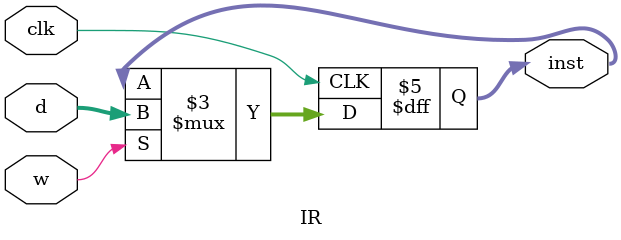
<source format=v>
module IR(w,clk,d,inst);
    input w,clk;
    input[31:0]d;
    output reg[31:0]inst;
    always @(posedge clk)begin
        # 1
        if(w)
            inst=d;
    end
endmodule
</source>
